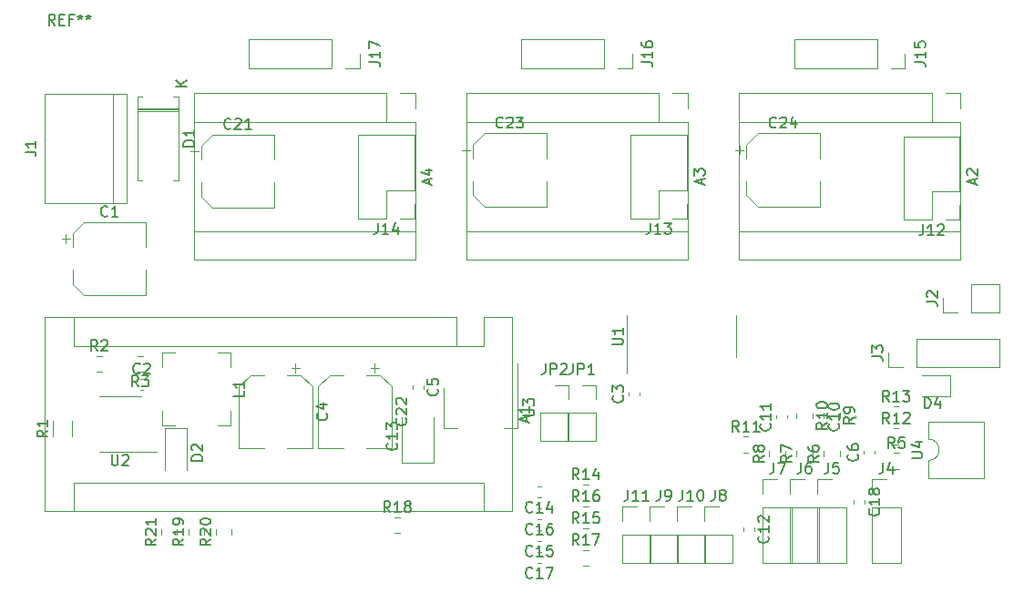
<source format=gbr>
%TF.GenerationSoftware,KiCad,Pcbnew,(6.0.0)*%
%TF.CreationDate,2022-01-02T13:01:26+02:00*%
%TF.ProjectId,shematic,7368656d-6174-4696-932e-6b696361645f,rev?*%
%TF.SameCoordinates,Original*%
%TF.FileFunction,Legend,Top*%
%TF.FilePolarity,Positive*%
%FSLAX46Y46*%
G04 Gerber Fmt 4.6, Leading zero omitted, Abs format (unit mm)*
G04 Created by KiCad (PCBNEW (6.0.0)) date 2022-01-02 13:01:26*
%MOMM*%
%LPD*%
G01*
G04 APERTURE LIST*
%ADD10C,0.150000*%
%ADD11C,0.120000*%
G04 APERTURE END LIST*
D10*
%TO.C,C3*%
X84144142Y-63539666D02*
X84191761Y-63587285D01*
X84239380Y-63730142D01*
X84239380Y-63825380D01*
X84191761Y-63968238D01*
X84096523Y-64063476D01*
X84001285Y-64111095D01*
X83810809Y-64158714D01*
X83667952Y-64158714D01*
X83477476Y-64111095D01*
X83382238Y-64063476D01*
X83287000Y-63968238D01*
X83239380Y-63825380D01*
X83239380Y-63730142D01*
X83287000Y-63587285D01*
X83334619Y-63539666D01*
X83239380Y-63206333D02*
X83239380Y-62587285D01*
X83620333Y-62920619D01*
X83620333Y-62777761D01*
X83667952Y-62682523D01*
X83715571Y-62634904D01*
X83810809Y-62587285D01*
X84048904Y-62587285D01*
X84144142Y-62634904D01*
X84191761Y-62682523D01*
X84239380Y-62777761D01*
X84239380Y-63063476D01*
X84191761Y-63158714D01*
X84144142Y-63206333D01*
%TO.C,A1*%
X75246666Y-65992285D02*
X75246666Y-65516095D01*
X75532380Y-66087523D02*
X74532380Y-65754190D01*
X75532380Y-65420857D01*
X75532380Y-64563714D02*
X75532380Y-65135142D01*
X75532380Y-64849428D02*
X74532380Y-64849428D01*
X74675238Y-64944666D01*
X74770476Y-65039904D01*
X74818095Y-65135142D01*
%TO.C,A2*%
X116879666Y-43894285D02*
X116879666Y-43418095D01*
X117165380Y-43989523D02*
X116165380Y-43656190D01*
X117165380Y-43322857D01*
X116260619Y-43037142D02*
X116213000Y-42989523D01*
X116165380Y-42894285D01*
X116165380Y-42656190D01*
X116213000Y-42560952D01*
X116260619Y-42513333D01*
X116355857Y-42465714D01*
X116451095Y-42465714D01*
X116593952Y-42513333D01*
X117165380Y-43084761D01*
X117165380Y-42465714D01*
%TO.C,A3*%
X91526666Y-43894285D02*
X91526666Y-43418095D01*
X91812380Y-43989523D02*
X90812380Y-43656190D01*
X91812380Y-43322857D01*
X90812380Y-43084761D02*
X90812380Y-42465714D01*
X91193333Y-42799047D01*
X91193333Y-42656190D01*
X91240952Y-42560952D01*
X91288571Y-42513333D01*
X91383809Y-42465714D01*
X91621904Y-42465714D01*
X91717142Y-42513333D01*
X91764761Y-42560952D01*
X91812380Y-42656190D01*
X91812380Y-42941904D01*
X91764761Y-43037142D01*
X91717142Y-43084761D01*
%TO.C,A4*%
X66206666Y-43894285D02*
X66206666Y-43418095D01*
X66492380Y-43989523D02*
X65492380Y-43656190D01*
X66492380Y-43322857D01*
X65825714Y-42560952D02*
X66492380Y-42560952D01*
X65444761Y-42799047D02*
X66159047Y-43037142D01*
X66159047Y-42418095D01*
%TO.C,C1*%
X36315333Y-46807142D02*
X36267714Y-46854761D01*
X36124857Y-46902380D01*
X36029619Y-46902380D01*
X35886761Y-46854761D01*
X35791523Y-46759523D01*
X35743904Y-46664285D01*
X35696285Y-46473809D01*
X35696285Y-46330952D01*
X35743904Y-46140476D01*
X35791523Y-46045238D01*
X35886761Y-45950000D01*
X36029619Y-45902380D01*
X36124857Y-45902380D01*
X36267714Y-45950000D01*
X36315333Y-45997619D01*
X37267714Y-46902380D02*
X36696285Y-46902380D01*
X36982000Y-46902380D02*
X36982000Y-45902380D01*
X36886761Y-46045238D01*
X36791523Y-46140476D01*
X36696285Y-46188095D01*
%TO.C,C2*%
X39330333Y-61411142D02*
X39282714Y-61458761D01*
X39139857Y-61506380D01*
X39044619Y-61506380D01*
X38901761Y-61458761D01*
X38806523Y-61363523D01*
X38758904Y-61268285D01*
X38711285Y-61077809D01*
X38711285Y-60934952D01*
X38758904Y-60744476D01*
X38806523Y-60649238D01*
X38901761Y-60554000D01*
X39044619Y-60506380D01*
X39139857Y-60506380D01*
X39282714Y-60554000D01*
X39330333Y-60601619D01*
X39711285Y-60601619D02*
X39758904Y-60554000D01*
X39854142Y-60506380D01*
X40092238Y-60506380D01*
X40187476Y-60554000D01*
X40235095Y-60601619D01*
X40282714Y-60696857D01*
X40282714Y-60792095D01*
X40235095Y-60934952D01*
X39663666Y-61506380D01*
X40282714Y-61506380D01*
%TO.C,C4*%
X56650142Y-65184666D02*
X56697761Y-65232285D01*
X56745380Y-65375142D01*
X56745380Y-65470380D01*
X56697761Y-65613238D01*
X56602523Y-65708476D01*
X56507285Y-65756095D01*
X56316809Y-65803714D01*
X56173952Y-65803714D01*
X55983476Y-65756095D01*
X55888238Y-65708476D01*
X55793000Y-65613238D01*
X55745380Y-65470380D01*
X55745380Y-65375142D01*
X55793000Y-65232285D01*
X55840619Y-65184666D01*
X56078714Y-64327523D02*
X56745380Y-64327523D01*
X55697761Y-64565619D02*
X56412047Y-64803714D01*
X56412047Y-64184666D01*
%TO.C,C5*%
X66938142Y-62904666D02*
X66985761Y-62952285D01*
X67033380Y-63095142D01*
X67033380Y-63190380D01*
X66985761Y-63333238D01*
X66890523Y-63428476D01*
X66795285Y-63476095D01*
X66604809Y-63523714D01*
X66461952Y-63523714D01*
X66271476Y-63476095D01*
X66176238Y-63428476D01*
X66081000Y-63333238D01*
X66033380Y-63190380D01*
X66033380Y-63095142D01*
X66081000Y-62952285D01*
X66128619Y-62904666D01*
X66033380Y-61999904D02*
X66033380Y-62476095D01*
X66509571Y-62523714D01*
X66461952Y-62476095D01*
X66414333Y-62380857D01*
X66414333Y-62142761D01*
X66461952Y-62047523D01*
X66509571Y-61999904D01*
X66604809Y-61952285D01*
X66842904Y-61952285D01*
X66938142Y-61999904D01*
X66985761Y-62047523D01*
X67033380Y-62142761D01*
X67033380Y-62380857D01*
X66985761Y-62476095D01*
X66938142Y-62523714D01*
%TO.C,C6*%
X105988142Y-68987666D02*
X106035761Y-69035285D01*
X106083380Y-69178142D01*
X106083380Y-69273380D01*
X106035761Y-69416238D01*
X105940523Y-69511476D01*
X105845285Y-69559095D01*
X105654809Y-69606714D01*
X105511952Y-69606714D01*
X105321476Y-69559095D01*
X105226238Y-69511476D01*
X105131000Y-69416238D01*
X105083380Y-69273380D01*
X105083380Y-69178142D01*
X105131000Y-69035285D01*
X105178619Y-68987666D01*
X105083380Y-68130523D02*
X105083380Y-68321000D01*
X105131000Y-68416238D01*
X105178619Y-68463857D01*
X105321476Y-68559095D01*
X105511952Y-68606714D01*
X105892904Y-68606714D01*
X105988142Y-68559095D01*
X106035761Y-68511476D01*
X106083380Y-68416238D01*
X106083380Y-68225761D01*
X106035761Y-68130523D01*
X105988142Y-68082904D01*
X105892904Y-68035285D01*
X105654809Y-68035285D01*
X105559571Y-68082904D01*
X105511952Y-68130523D01*
X105464333Y-68225761D01*
X105464333Y-68416238D01*
X105511952Y-68511476D01*
X105559571Y-68559095D01*
X105654809Y-68606714D01*
%TO.C,C10*%
X104210142Y-66161857D02*
X104257761Y-66209476D01*
X104305380Y-66352333D01*
X104305380Y-66447571D01*
X104257761Y-66590428D01*
X104162523Y-66685666D01*
X104067285Y-66733285D01*
X103876809Y-66780904D01*
X103733952Y-66780904D01*
X103543476Y-66733285D01*
X103448238Y-66685666D01*
X103353000Y-66590428D01*
X103305380Y-66447571D01*
X103305380Y-66352333D01*
X103353000Y-66209476D01*
X103400619Y-66161857D01*
X104305380Y-65209476D02*
X104305380Y-65780904D01*
X104305380Y-65495190D02*
X103305380Y-65495190D01*
X103448238Y-65590428D01*
X103543476Y-65685666D01*
X103591095Y-65780904D01*
X103305380Y-64590428D02*
X103305380Y-64495190D01*
X103353000Y-64399952D01*
X103400619Y-64352333D01*
X103495857Y-64304714D01*
X103686333Y-64257095D01*
X103924428Y-64257095D01*
X104114904Y-64304714D01*
X104210142Y-64352333D01*
X104257761Y-64399952D01*
X104305380Y-64495190D01*
X104305380Y-64590428D01*
X104257761Y-64685666D01*
X104210142Y-64733285D01*
X104114904Y-64780904D01*
X103924428Y-64828523D01*
X103686333Y-64828523D01*
X103495857Y-64780904D01*
X103400619Y-64733285D01*
X103353000Y-64685666D01*
X103305380Y-64590428D01*
%TO.C,C11*%
X97860142Y-66161857D02*
X97907761Y-66209476D01*
X97955380Y-66352333D01*
X97955380Y-66447571D01*
X97907761Y-66590428D01*
X97812523Y-66685666D01*
X97717285Y-66733285D01*
X97526809Y-66780904D01*
X97383952Y-66780904D01*
X97193476Y-66733285D01*
X97098238Y-66685666D01*
X97003000Y-66590428D01*
X96955380Y-66447571D01*
X96955380Y-66352333D01*
X97003000Y-66209476D01*
X97050619Y-66161857D01*
X97955380Y-65209476D02*
X97955380Y-65780904D01*
X97955380Y-65495190D02*
X96955380Y-65495190D01*
X97098238Y-65590428D01*
X97193476Y-65685666D01*
X97241095Y-65780904D01*
X97955380Y-64257095D02*
X97955380Y-64828523D01*
X97955380Y-64542809D02*
X96955380Y-64542809D01*
X97098238Y-64638047D01*
X97193476Y-64733285D01*
X97241095Y-64828523D01*
%TO.C,C12*%
X97672142Y-76601857D02*
X97719761Y-76649476D01*
X97767380Y-76792333D01*
X97767380Y-76887571D01*
X97719761Y-77030428D01*
X97624523Y-77125666D01*
X97529285Y-77173285D01*
X97338809Y-77220904D01*
X97195952Y-77220904D01*
X97005476Y-77173285D01*
X96910238Y-77125666D01*
X96815000Y-77030428D01*
X96767380Y-76887571D01*
X96767380Y-76792333D01*
X96815000Y-76649476D01*
X96862619Y-76601857D01*
X97767380Y-75649476D02*
X97767380Y-76220904D01*
X97767380Y-75935190D02*
X96767380Y-75935190D01*
X96910238Y-76030428D01*
X97005476Y-76125666D01*
X97053095Y-76220904D01*
X96862619Y-75268523D02*
X96815000Y-75220904D01*
X96767380Y-75125666D01*
X96767380Y-74887571D01*
X96815000Y-74792333D01*
X96862619Y-74744714D01*
X96957857Y-74697095D01*
X97053095Y-74697095D01*
X97195952Y-74744714D01*
X97767380Y-75316142D01*
X97767380Y-74697095D01*
%TO.C,C13*%
X63158142Y-67966357D02*
X63205761Y-68013976D01*
X63253380Y-68156833D01*
X63253380Y-68252071D01*
X63205761Y-68394928D01*
X63110523Y-68490166D01*
X63015285Y-68537785D01*
X62824809Y-68585404D01*
X62681952Y-68585404D01*
X62491476Y-68537785D01*
X62396238Y-68490166D01*
X62301000Y-68394928D01*
X62253380Y-68252071D01*
X62253380Y-68156833D01*
X62301000Y-68013976D01*
X62348619Y-67966357D01*
X63253380Y-67013976D02*
X63253380Y-67585404D01*
X63253380Y-67299690D02*
X62253380Y-67299690D01*
X62396238Y-67394928D01*
X62491476Y-67490166D01*
X62539095Y-67585404D01*
X62253380Y-66680642D02*
X62253380Y-66061595D01*
X62634333Y-66394928D01*
X62634333Y-66252071D01*
X62681952Y-66156833D01*
X62729571Y-66109214D01*
X62824809Y-66061595D01*
X63062904Y-66061595D01*
X63158142Y-66109214D01*
X63205761Y-66156833D01*
X63253380Y-66252071D01*
X63253380Y-66537785D01*
X63205761Y-66633023D01*
X63158142Y-66680642D01*
%TO.C,C14*%
X75798142Y-74304142D02*
X75750523Y-74351761D01*
X75607666Y-74399380D01*
X75512428Y-74399380D01*
X75369571Y-74351761D01*
X75274333Y-74256523D01*
X75226714Y-74161285D01*
X75179095Y-73970809D01*
X75179095Y-73827952D01*
X75226714Y-73637476D01*
X75274333Y-73542238D01*
X75369571Y-73447000D01*
X75512428Y-73399380D01*
X75607666Y-73399380D01*
X75750523Y-73447000D01*
X75798142Y-73494619D01*
X76750523Y-74399380D02*
X76179095Y-74399380D01*
X76464809Y-74399380D02*
X76464809Y-73399380D01*
X76369571Y-73542238D01*
X76274333Y-73637476D01*
X76179095Y-73685095D01*
X77607666Y-73732714D02*
X77607666Y-74399380D01*
X77369571Y-73351761D02*
X77131476Y-74066047D01*
X77750523Y-74066047D01*
%TO.C,C15*%
X75798142Y-78368142D02*
X75750523Y-78415761D01*
X75607666Y-78463380D01*
X75512428Y-78463380D01*
X75369571Y-78415761D01*
X75274333Y-78320523D01*
X75226714Y-78225285D01*
X75179095Y-78034809D01*
X75179095Y-77891952D01*
X75226714Y-77701476D01*
X75274333Y-77606238D01*
X75369571Y-77511000D01*
X75512428Y-77463380D01*
X75607666Y-77463380D01*
X75750523Y-77511000D01*
X75798142Y-77558619D01*
X76750523Y-78463380D02*
X76179095Y-78463380D01*
X76464809Y-78463380D02*
X76464809Y-77463380D01*
X76369571Y-77606238D01*
X76274333Y-77701476D01*
X76179095Y-77749095D01*
X77655285Y-77463380D02*
X77179095Y-77463380D01*
X77131476Y-77939571D01*
X77179095Y-77891952D01*
X77274333Y-77844333D01*
X77512428Y-77844333D01*
X77607666Y-77891952D01*
X77655285Y-77939571D01*
X77702904Y-78034809D01*
X77702904Y-78272904D01*
X77655285Y-78368142D01*
X77607666Y-78415761D01*
X77512428Y-78463380D01*
X77274333Y-78463380D01*
X77179095Y-78415761D01*
X77131476Y-78368142D01*
%TO.C,C16*%
X75798142Y-76336142D02*
X75750523Y-76383761D01*
X75607666Y-76431380D01*
X75512428Y-76431380D01*
X75369571Y-76383761D01*
X75274333Y-76288523D01*
X75226714Y-76193285D01*
X75179095Y-76002809D01*
X75179095Y-75859952D01*
X75226714Y-75669476D01*
X75274333Y-75574238D01*
X75369571Y-75479000D01*
X75512428Y-75431380D01*
X75607666Y-75431380D01*
X75750523Y-75479000D01*
X75798142Y-75526619D01*
X76750523Y-76431380D02*
X76179095Y-76431380D01*
X76464809Y-76431380D02*
X76464809Y-75431380D01*
X76369571Y-75574238D01*
X76274333Y-75669476D01*
X76179095Y-75717095D01*
X77607666Y-75431380D02*
X77417190Y-75431380D01*
X77321952Y-75479000D01*
X77274333Y-75526619D01*
X77179095Y-75669476D01*
X77131476Y-75859952D01*
X77131476Y-76240904D01*
X77179095Y-76336142D01*
X77226714Y-76383761D01*
X77321952Y-76431380D01*
X77512428Y-76431380D01*
X77607666Y-76383761D01*
X77655285Y-76336142D01*
X77702904Y-76240904D01*
X77702904Y-76002809D01*
X77655285Y-75907571D01*
X77607666Y-75859952D01*
X77512428Y-75812333D01*
X77321952Y-75812333D01*
X77226714Y-75859952D01*
X77179095Y-75907571D01*
X77131476Y-76002809D01*
%TO.C,C17*%
X75798142Y-80400142D02*
X75750523Y-80447761D01*
X75607666Y-80495380D01*
X75512428Y-80495380D01*
X75369571Y-80447761D01*
X75274333Y-80352523D01*
X75226714Y-80257285D01*
X75179095Y-80066809D01*
X75179095Y-79923952D01*
X75226714Y-79733476D01*
X75274333Y-79638238D01*
X75369571Y-79543000D01*
X75512428Y-79495380D01*
X75607666Y-79495380D01*
X75750523Y-79543000D01*
X75798142Y-79590619D01*
X76750523Y-80495380D02*
X76179095Y-80495380D01*
X76464809Y-80495380D02*
X76464809Y-79495380D01*
X76369571Y-79638238D01*
X76274333Y-79733476D01*
X76179095Y-79781095D01*
X77083857Y-79495380D02*
X77750523Y-79495380D01*
X77321952Y-80495380D01*
%TO.C,C18*%
X107959142Y-74048857D02*
X108006761Y-74096476D01*
X108054380Y-74239333D01*
X108054380Y-74334571D01*
X108006761Y-74477428D01*
X107911523Y-74572666D01*
X107816285Y-74620285D01*
X107625809Y-74667904D01*
X107482952Y-74667904D01*
X107292476Y-74620285D01*
X107197238Y-74572666D01*
X107102000Y-74477428D01*
X107054380Y-74334571D01*
X107054380Y-74239333D01*
X107102000Y-74096476D01*
X107149619Y-74048857D01*
X108054380Y-73096476D02*
X108054380Y-73667904D01*
X108054380Y-73382190D02*
X107054380Y-73382190D01*
X107197238Y-73477428D01*
X107292476Y-73572666D01*
X107340095Y-73667904D01*
X107482952Y-72525047D02*
X107435333Y-72620285D01*
X107387714Y-72667904D01*
X107292476Y-72715523D01*
X107244857Y-72715523D01*
X107149619Y-72667904D01*
X107102000Y-72620285D01*
X107054380Y-72525047D01*
X107054380Y-72334571D01*
X107102000Y-72239333D01*
X107149619Y-72191714D01*
X107244857Y-72144095D01*
X107292476Y-72144095D01*
X107387714Y-72191714D01*
X107435333Y-72239333D01*
X107482952Y-72334571D01*
X107482952Y-72525047D01*
X107530571Y-72620285D01*
X107578190Y-72667904D01*
X107673428Y-72715523D01*
X107863904Y-72715523D01*
X107959142Y-72667904D01*
X108006761Y-72620285D01*
X108054380Y-72525047D01*
X108054380Y-72334571D01*
X108006761Y-72239333D01*
X107959142Y-72191714D01*
X107863904Y-72144095D01*
X107673428Y-72144095D01*
X107578190Y-72191714D01*
X107530571Y-72239333D01*
X107482952Y-72334571D01*
%TO.C,D1*%
X44372380Y-40362095D02*
X43372380Y-40362095D01*
X43372380Y-40124000D01*
X43420000Y-39981142D01*
X43515238Y-39885904D01*
X43610476Y-39838285D01*
X43800952Y-39790666D01*
X43943809Y-39790666D01*
X44134285Y-39838285D01*
X44229523Y-39885904D01*
X44324761Y-39981142D01*
X44372380Y-40124000D01*
X44372380Y-40362095D01*
X44372380Y-38838285D02*
X44372380Y-39409714D01*
X44372380Y-39124000D02*
X43372380Y-39124000D01*
X43515238Y-39219238D01*
X43610476Y-39314476D01*
X43658095Y-39409714D01*
X43652380Y-34805904D02*
X42652380Y-34805904D01*
X43652380Y-34234476D02*
X43080952Y-34663047D01*
X42652380Y-34234476D02*
X43223809Y-34805904D01*
%TO.C,D2*%
X45124380Y-69571095D02*
X44124380Y-69571095D01*
X44124380Y-69333000D01*
X44172000Y-69190142D01*
X44267238Y-69094904D01*
X44362476Y-69047285D01*
X44552952Y-68999666D01*
X44695809Y-68999666D01*
X44886285Y-69047285D01*
X44981523Y-69094904D01*
X45076761Y-69190142D01*
X45124380Y-69333000D01*
X45124380Y-69571095D01*
X44219619Y-68618714D02*
X44172000Y-68571095D01*
X44124380Y-68475857D01*
X44124380Y-68237761D01*
X44172000Y-68142523D01*
X44219619Y-68094904D01*
X44314857Y-68047285D01*
X44410095Y-68047285D01*
X44552952Y-68094904D01*
X45124380Y-68666333D01*
X45124380Y-68047285D01*
%TO.C,D4*%
X112243404Y-64713380D02*
X112243404Y-63713380D01*
X112481500Y-63713380D01*
X112624357Y-63761000D01*
X112719595Y-63856238D01*
X112767214Y-63951476D01*
X112814833Y-64141952D01*
X112814833Y-64284809D01*
X112767214Y-64475285D01*
X112719595Y-64570523D01*
X112624357Y-64665761D01*
X112481500Y-64713380D01*
X112243404Y-64713380D01*
X113671976Y-64046714D02*
X113671976Y-64713380D01*
X113433880Y-63665761D02*
X113195785Y-64380047D01*
X113814833Y-64380047D01*
%TO.C,J1*%
X28662380Y-40873333D02*
X29376666Y-40873333D01*
X29519523Y-40920952D01*
X29614761Y-41016190D01*
X29662380Y-41159047D01*
X29662380Y-41254285D01*
X29662380Y-39873333D02*
X29662380Y-40444761D01*
X29662380Y-40159047D02*
X28662380Y-40159047D01*
X28805238Y-40254285D01*
X28900476Y-40349523D01*
X28948095Y-40444761D01*
%TO.C,J2*%
X112438380Y-54816333D02*
X113152666Y-54816333D01*
X113295523Y-54863952D01*
X113390761Y-54959190D01*
X113438380Y-55102047D01*
X113438380Y-55197285D01*
X112533619Y-54387761D02*
X112486000Y-54340142D01*
X112438380Y-54244904D01*
X112438380Y-54006809D01*
X112486000Y-53911571D01*
X112533619Y-53863952D01*
X112628857Y-53816333D01*
X112724095Y-53816333D01*
X112866952Y-53863952D01*
X113438380Y-54435380D01*
X113438380Y-53816333D01*
%TO.C,J3*%
X107358380Y-59896333D02*
X108072666Y-59896333D01*
X108215523Y-59943952D01*
X108310761Y-60039190D01*
X108358380Y-60182047D01*
X108358380Y-60277285D01*
X107358380Y-59515380D02*
X107358380Y-58896333D01*
X107739333Y-59229666D01*
X107739333Y-59086809D01*
X107786952Y-58991571D01*
X107834571Y-58943952D01*
X107929809Y-58896333D01*
X108167904Y-58896333D01*
X108263142Y-58943952D01*
X108310761Y-58991571D01*
X108358380Y-59086809D01*
X108358380Y-59372523D01*
X108310761Y-59467761D01*
X108263142Y-59515380D01*
%TO.C,J4*%
X108378666Y-69766380D02*
X108378666Y-70480666D01*
X108331047Y-70623523D01*
X108235809Y-70718761D01*
X108092952Y-70766380D01*
X107997714Y-70766380D01*
X109283428Y-70099714D02*
X109283428Y-70766380D01*
X109045333Y-69718761D02*
X108807238Y-70433047D01*
X109426285Y-70433047D01*
%TO.C,J5*%
X103298666Y-69766380D02*
X103298666Y-70480666D01*
X103251047Y-70623523D01*
X103155809Y-70718761D01*
X103012952Y-70766380D01*
X102917714Y-70766380D01*
X104251047Y-69766380D02*
X103774857Y-69766380D01*
X103727238Y-70242571D01*
X103774857Y-70194952D01*
X103870095Y-70147333D01*
X104108190Y-70147333D01*
X104203428Y-70194952D01*
X104251047Y-70242571D01*
X104298666Y-70337809D01*
X104298666Y-70575904D01*
X104251047Y-70671142D01*
X104203428Y-70718761D01*
X104108190Y-70766380D01*
X103870095Y-70766380D01*
X103774857Y-70718761D01*
X103727238Y-70671142D01*
%TO.C,J6*%
X100758666Y-69766380D02*
X100758666Y-70480666D01*
X100711047Y-70623523D01*
X100615809Y-70718761D01*
X100472952Y-70766380D01*
X100377714Y-70766380D01*
X101663428Y-69766380D02*
X101472952Y-69766380D01*
X101377714Y-69814000D01*
X101330095Y-69861619D01*
X101234857Y-70004476D01*
X101187238Y-70194952D01*
X101187238Y-70575904D01*
X101234857Y-70671142D01*
X101282476Y-70718761D01*
X101377714Y-70766380D01*
X101568190Y-70766380D01*
X101663428Y-70718761D01*
X101711047Y-70671142D01*
X101758666Y-70575904D01*
X101758666Y-70337809D01*
X101711047Y-70242571D01*
X101663428Y-70194952D01*
X101568190Y-70147333D01*
X101377714Y-70147333D01*
X101282476Y-70194952D01*
X101234857Y-70242571D01*
X101187238Y-70337809D01*
%TO.C,J7*%
X98218666Y-69781380D02*
X98218666Y-70495666D01*
X98171047Y-70638523D01*
X98075809Y-70733761D01*
X97932952Y-70781380D01*
X97837714Y-70781380D01*
X98599619Y-69781380D02*
X99266285Y-69781380D01*
X98837714Y-70781380D01*
%TO.C,J8*%
X92757666Y-72306380D02*
X92757666Y-73020666D01*
X92710047Y-73163523D01*
X92614809Y-73258761D01*
X92471952Y-73306380D01*
X92376714Y-73306380D01*
X93376714Y-72734952D02*
X93281476Y-72687333D01*
X93233857Y-72639714D01*
X93186238Y-72544476D01*
X93186238Y-72496857D01*
X93233857Y-72401619D01*
X93281476Y-72354000D01*
X93376714Y-72306380D01*
X93567190Y-72306380D01*
X93662428Y-72354000D01*
X93710047Y-72401619D01*
X93757666Y-72496857D01*
X93757666Y-72544476D01*
X93710047Y-72639714D01*
X93662428Y-72687333D01*
X93567190Y-72734952D01*
X93376714Y-72734952D01*
X93281476Y-72782571D01*
X93233857Y-72830190D01*
X93186238Y-72925428D01*
X93186238Y-73115904D01*
X93233857Y-73211142D01*
X93281476Y-73258761D01*
X93376714Y-73306380D01*
X93567190Y-73306380D01*
X93662428Y-73258761D01*
X93710047Y-73211142D01*
X93757666Y-73115904D01*
X93757666Y-72925428D01*
X93710047Y-72830190D01*
X93662428Y-72782571D01*
X93567190Y-72734952D01*
%TO.C,J9*%
X87677666Y-72306380D02*
X87677666Y-73020666D01*
X87630047Y-73163523D01*
X87534809Y-73258761D01*
X87391952Y-73306380D01*
X87296714Y-73306380D01*
X88201476Y-73306380D02*
X88391952Y-73306380D01*
X88487190Y-73258761D01*
X88534809Y-73211142D01*
X88630047Y-73068285D01*
X88677666Y-72877809D01*
X88677666Y-72496857D01*
X88630047Y-72401619D01*
X88582428Y-72354000D01*
X88487190Y-72306380D01*
X88296714Y-72306380D01*
X88201476Y-72354000D01*
X88153857Y-72401619D01*
X88106238Y-72496857D01*
X88106238Y-72734952D01*
X88153857Y-72830190D01*
X88201476Y-72877809D01*
X88296714Y-72925428D01*
X88487190Y-72925428D01*
X88582428Y-72877809D01*
X88630047Y-72830190D01*
X88677666Y-72734952D01*
%TO.C,J10*%
X89741476Y-72306380D02*
X89741476Y-73020666D01*
X89693857Y-73163523D01*
X89598619Y-73258761D01*
X89455761Y-73306380D01*
X89360523Y-73306380D01*
X90741476Y-73306380D02*
X90170047Y-73306380D01*
X90455761Y-73306380D02*
X90455761Y-72306380D01*
X90360523Y-72449238D01*
X90265285Y-72544476D01*
X90170047Y-72592095D01*
X91360523Y-72306380D02*
X91455761Y-72306380D01*
X91551000Y-72354000D01*
X91598619Y-72401619D01*
X91646238Y-72496857D01*
X91693857Y-72687333D01*
X91693857Y-72925428D01*
X91646238Y-73115904D01*
X91598619Y-73211142D01*
X91551000Y-73258761D01*
X91455761Y-73306380D01*
X91360523Y-73306380D01*
X91265285Y-73258761D01*
X91217666Y-73211142D01*
X91170047Y-73115904D01*
X91122428Y-72925428D01*
X91122428Y-72687333D01*
X91170047Y-72496857D01*
X91217666Y-72401619D01*
X91265285Y-72354000D01*
X91360523Y-72306380D01*
%TO.C,J11*%
X84661476Y-72316380D02*
X84661476Y-73030666D01*
X84613857Y-73173523D01*
X84518619Y-73268761D01*
X84375761Y-73316380D01*
X84280523Y-73316380D01*
X85661476Y-73316380D02*
X85090047Y-73316380D01*
X85375761Y-73316380D02*
X85375761Y-72316380D01*
X85280523Y-72459238D01*
X85185285Y-72554476D01*
X85090047Y-72602095D01*
X86613857Y-73316380D02*
X86042428Y-73316380D01*
X86328142Y-73316380D02*
X86328142Y-72316380D01*
X86232904Y-72459238D01*
X86137666Y-72554476D01*
X86042428Y-72602095D01*
%TO.C,J12*%
X112093476Y-47629380D02*
X112093476Y-48343666D01*
X112045857Y-48486523D01*
X111950619Y-48581761D01*
X111807761Y-48629380D01*
X111712523Y-48629380D01*
X113093476Y-48629380D02*
X112522047Y-48629380D01*
X112807761Y-48629380D02*
X112807761Y-47629380D01*
X112712523Y-47772238D01*
X112617285Y-47867476D01*
X112522047Y-47915095D01*
X113474428Y-47724619D02*
X113522047Y-47677000D01*
X113617285Y-47629380D01*
X113855380Y-47629380D01*
X113950619Y-47677000D01*
X113998238Y-47724619D01*
X114045857Y-47819857D01*
X114045857Y-47915095D01*
X113998238Y-48057952D01*
X113426809Y-48629380D01*
X114045857Y-48629380D01*
%TO.C,J13*%
X86740476Y-47502380D02*
X86740476Y-48216666D01*
X86692857Y-48359523D01*
X86597619Y-48454761D01*
X86454761Y-48502380D01*
X86359523Y-48502380D01*
X87740476Y-48502380D02*
X87169047Y-48502380D01*
X87454761Y-48502380D02*
X87454761Y-47502380D01*
X87359523Y-47645238D01*
X87264285Y-47740476D01*
X87169047Y-47788095D01*
X88073809Y-47502380D02*
X88692857Y-47502380D01*
X88359523Y-47883333D01*
X88502380Y-47883333D01*
X88597619Y-47930952D01*
X88645238Y-47978571D01*
X88692857Y-48073809D01*
X88692857Y-48311904D01*
X88645238Y-48407142D01*
X88597619Y-48454761D01*
X88502380Y-48502380D01*
X88216666Y-48502380D01*
X88121428Y-48454761D01*
X88073809Y-48407142D01*
%TO.C,J14*%
X61420476Y-47502380D02*
X61420476Y-48216666D01*
X61372857Y-48359523D01*
X61277619Y-48454761D01*
X61134761Y-48502380D01*
X61039523Y-48502380D01*
X62420476Y-48502380D02*
X61849047Y-48502380D01*
X62134761Y-48502380D02*
X62134761Y-47502380D01*
X62039523Y-47645238D01*
X61944285Y-47740476D01*
X61849047Y-47788095D01*
X63277619Y-47835714D02*
X63277619Y-48502380D01*
X63039523Y-47454761D02*
X62801428Y-48169047D01*
X63420476Y-48169047D01*
%TO.C,J15*%
X111315380Y-32559523D02*
X112029666Y-32559523D01*
X112172523Y-32607142D01*
X112267761Y-32702380D01*
X112315380Y-32845238D01*
X112315380Y-32940476D01*
X112315380Y-31559523D02*
X112315380Y-32130952D01*
X112315380Y-31845238D02*
X111315380Y-31845238D01*
X111458238Y-31940476D01*
X111553476Y-32035714D01*
X111601095Y-32130952D01*
X111315380Y-30654761D02*
X111315380Y-31130952D01*
X111791571Y-31178571D01*
X111743952Y-31130952D01*
X111696333Y-31035714D01*
X111696333Y-30797619D01*
X111743952Y-30702380D01*
X111791571Y-30654761D01*
X111886809Y-30607142D01*
X112124904Y-30607142D01*
X112220142Y-30654761D01*
X112267761Y-30702380D01*
X112315380Y-30797619D01*
X112315380Y-31035714D01*
X112267761Y-31130952D01*
X112220142Y-31178571D01*
%TO.C,J16*%
X85962380Y-32559523D02*
X86676666Y-32559523D01*
X86819523Y-32607142D01*
X86914761Y-32702380D01*
X86962380Y-32845238D01*
X86962380Y-32940476D01*
X86962380Y-31559523D02*
X86962380Y-32130952D01*
X86962380Y-31845238D02*
X85962380Y-31845238D01*
X86105238Y-31940476D01*
X86200476Y-32035714D01*
X86248095Y-32130952D01*
X85962380Y-30702380D02*
X85962380Y-30892857D01*
X86010000Y-30988095D01*
X86057619Y-31035714D01*
X86200476Y-31130952D01*
X86390952Y-31178571D01*
X86771904Y-31178571D01*
X86867142Y-31130952D01*
X86914761Y-31083333D01*
X86962380Y-30988095D01*
X86962380Y-30797619D01*
X86914761Y-30702380D01*
X86867142Y-30654761D01*
X86771904Y-30607142D01*
X86533809Y-30607142D01*
X86438571Y-30654761D01*
X86390952Y-30702380D01*
X86343333Y-30797619D01*
X86343333Y-30988095D01*
X86390952Y-31083333D01*
X86438571Y-31130952D01*
X86533809Y-31178571D01*
%TO.C,J17*%
X60642380Y-32559523D02*
X61356666Y-32559523D01*
X61499523Y-32607142D01*
X61594761Y-32702380D01*
X61642380Y-32845238D01*
X61642380Y-32940476D01*
X61642380Y-31559523D02*
X61642380Y-32130952D01*
X61642380Y-31845238D02*
X60642380Y-31845238D01*
X60785238Y-31940476D01*
X60880476Y-32035714D01*
X60928095Y-32130952D01*
X60642380Y-31226190D02*
X60642380Y-30559523D01*
X61642380Y-30988095D01*
%TO.C,JP1*%
X79557666Y-60563380D02*
X79557666Y-61277666D01*
X79510047Y-61420523D01*
X79414809Y-61515761D01*
X79271952Y-61563380D01*
X79176714Y-61563380D01*
X80033857Y-61563380D02*
X80033857Y-60563380D01*
X80414809Y-60563380D01*
X80510047Y-60611000D01*
X80557666Y-60658619D01*
X80605285Y-60753857D01*
X80605285Y-60896714D01*
X80557666Y-60991952D01*
X80510047Y-61039571D01*
X80414809Y-61087190D01*
X80033857Y-61087190D01*
X81557666Y-61563380D02*
X80986238Y-61563380D01*
X81271952Y-61563380D02*
X81271952Y-60563380D01*
X81176714Y-60706238D01*
X81081476Y-60801476D01*
X80986238Y-60849095D01*
%TO.C,JP2*%
X77017666Y-60563380D02*
X77017666Y-61277666D01*
X76970047Y-61420523D01*
X76874809Y-61515761D01*
X76731952Y-61563380D01*
X76636714Y-61563380D01*
X77493857Y-61563380D02*
X77493857Y-60563380D01*
X77874809Y-60563380D01*
X77970047Y-60611000D01*
X78017666Y-60658619D01*
X78065285Y-60753857D01*
X78065285Y-60896714D01*
X78017666Y-60991952D01*
X77970047Y-61039571D01*
X77874809Y-61087190D01*
X77493857Y-61087190D01*
X78446238Y-60658619D02*
X78493857Y-60611000D01*
X78589095Y-60563380D01*
X78827190Y-60563380D01*
X78922428Y-60611000D01*
X78970047Y-60658619D01*
X79017666Y-60753857D01*
X79017666Y-60849095D01*
X78970047Y-60991952D01*
X78398619Y-61563380D01*
X79017666Y-61563380D01*
%TO.C,L1*%
X49029380Y-63095666D02*
X49029380Y-63571857D01*
X48029380Y-63571857D01*
X49029380Y-62238523D02*
X49029380Y-62809952D01*
X49029380Y-62524238D02*
X48029380Y-62524238D01*
X48172238Y-62619476D01*
X48267476Y-62714714D01*
X48315095Y-62809952D01*
%TO.C,R1*%
X30763380Y-66780166D02*
X30287190Y-67113500D01*
X30763380Y-67351595D02*
X29763380Y-67351595D01*
X29763380Y-66970642D01*
X29811000Y-66875404D01*
X29858619Y-66827785D01*
X29953857Y-66780166D01*
X30096714Y-66780166D01*
X30191952Y-66827785D01*
X30239571Y-66875404D01*
X30287190Y-66970642D01*
X30287190Y-67351595D01*
X30763380Y-65827785D02*
X30763380Y-66399214D01*
X30763380Y-66113500D02*
X29763380Y-66113500D01*
X29906238Y-66208738D01*
X30001476Y-66303976D01*
X30049095Y-66399214D01*
%TO.C,R2*%
X35369833Y-59381380D02*
X35036500Y-58905190D01*
X34798404Y-59381380D02*
X34798404Y-58381380D01*
X35179357Y-58381380D01*
X35274595Y-58429000D01*
X35322214Y-58476619D01*
X35369833Y-58571857D01*
X35369833Y-58714714D01*
X35322214Y-58809952D01*
X35274595Y-58857571D01*
X35179357Y-58905190D01*
X34798404Y-58905190D01*
X35750785Y-58476619D02*
X35798404Y-58429000D01*
X35893642Y-58381380D01*
X36131738Y-58381380D01*
X36226976Y-58429000D01*
X36274595Y-58476619D01*
X36322214Y-58571857D01*
X36322214Y-58667095D01*
X36274595Y-58809952D01*
X35703166Y-59381380D01*
X36322214Y-59381380D01*
%TO.C,R3*%
X39179833Y-62681380D02*
X38846500Y-62205190D01*
X38608404Y-62681380D02*
X38608404Y-61681380D01*
X38989357Y-61681380D01*
X39084595Y-61729000D01*
X39132214Y-61776619D01*
X39179833Y-61871857D01*
X39179833Y-62014714D01*
X39132214Y-62109952D01*
X39084595Y-62157571D01*
X38989357Y-62205190D01*
X38608404Y-62205190D01*
X39513166Y-61681380D02*
X40132214Y-61681380D01*
X39798880Y-62062333D01*
X39941738Y-62062333D01*
X40036976Y-62109952D01*
X40084595Y-62157571D01*
X40132214Y-62252809D01*
X40132214Y-62490904D01*
X40084595Y-62586142D01*
X40036976Y-62633761D01*
X39941738Y-62681380D01*
X39656023Y-62681380D01*
X39560785Y-62633761D01*
X39513166Y-62586142D01*
%TO.C,R5*%
X109457833Y-68398380D02*
X109124500Y-67922190D01*
X108886404Y-68398380D02*
X108886404Y-67398380D01*
X109267357Y-67398380D01*
X109362595Y-67446000D01*
X109410214Y-67493619D01*
X109457833Y-67588857D01*
X109457833Y-67731714D01*
X109410214Y-67826952D01*
X109362595Y-67874571D01*
X109267357Y-67922190D01*
X108886404Y-67922190D01*
X110362595Y-67398380D02*
X109886404Y-67398380D01*
X109838785Y-67874571D01*
X109886404Y-67826952D01*
X109981642Y-67779333D01*
X110219738Y-67779333D01*
X110314976Y-67826952D01*
X110362595Y-67874571D01*
X110410214Y-67969809D01*
X110410214Y-68207904D01*
X110362595Y-68303142D01*
X110314976Y-68350761D01*
X110219738Y-68398380D01*
X109981642Y-68398380D01*
X109886404Y-68350761D01*
X109838785Y-68303142D01*
%TO.C,R6*%
X102434380Y-69104166D02*
X101958190Y-69437500D01*
X102434380Y-69675595D02*
X101434380Y-69675595D01*
X101434380Y-69294642D01*
X101482000Y-69199404D01*
X101529619Y-69151785D01*
X101624857Y-69104166D01*
X101767714Y-69104166D01*
X101862952Y-69151785D01*
X101910571Y-69199404D01*
X101958190Y-69294642D01*
X101958190Y-69675595D01*
X101434380Y-68247023D02*
X101434380Y-68437500D01*
X101482000Y-68532738D01*
X101529619Y-68580357D01*
X101672476Y-68675595D01*
X101862952Y-68723214D01*
X102243904Y-68723214D01*
X102339142Y-68675595D01*
X102386761Y-68627976D01*
X102434380Y-68532738D01*
X102434380Y-68342261D01*
X102386761Y-68247023D01*
X102339142Y-68199404D01*
X102243904Y-68151785D01*
X102005809Y-68151785D01*
X101910571Y-68199404D01*
X101862952Y-68247023D01*
X101815333Y-68342261D01*
X101815333Y-68532738D01*
X101862952Y-68627976D01*
X101910571Y-68675595D01*
X102005809Y-68723214D01*
%TO.C,R7*%
X99894380Y-69104166D02*
X99418190Y-69437500D01*
X99894380Y-69675595D02*
X98894380Y-69675595D01*
X98894380Y-69294642D01*
X98942000Y-69199404D01*
X98989619Y-69151785D01*
X99084857Y-69104166D01*
X99227714Y-69104166D01*
X99322952Y-69151785D01*
X99370571Y-69199404D01*
X99418190Y-69294642D01*
X99418190Y-69675595D01*
X98894380Y-68770833D02*
X98894380Y-68104166D01*
X99894380Y-68532738D01*
%TO.C,R8*%
X97354380Y-69104166D02*
X96878190Y-69437500D01*
X97354380Y-69675595D02*
X96354380Y-69675595D01*
X96354380Y-69294642D01*
X96402000Y-69199404D01*
X96449619Y-69151785D01*
X96544857Y-69104166D01*
X96687714Y-69104166D01*
X96782952Y-69151785D01*
X96830571Y-69199404D01*
X96878190Y-69294642D01*
X96878190Y-69675595D01*
X96782952Y-68532738D02*
X96735333Y-68627976D01*
X96687714Y-68675595D01*
X96592476Y-68723214D01*
X96544857Y-68723214D01*
X96449619Y-68675595D01*
X96402000Y-68627976D01*
X96354380Y-68532738D01*
X96354380Y-68342261D01*
X96402000Y-68247023D01*
X96449619Y-68199404D01*
X96544857Y-68151785D01*
X96592476Y-68151785D01*
X96687714Y-68199404D01*
X96735333Y-68247023D01*
X96782952Y-68342261D01*
X96782952Y-68532738D01*
X96830571Y-68627976D01*
X96878190Y-68675595D01*
X96973428Y-68723214D01*
X97163904Y-68723214D01*
X97259142Y-68675595D01*
X97306761Y-68627976D01*
X97354380Y-68532738D01*
X97354380Y-68342261D01*
X97306761Y-68247023D01*
X97259142Y-68199404D01*
X97163904Y-68151785D01*
X96973428Y-68151785D01*
X96878190Y-68199404D01*
X96830571Y-68247023D01*
X96782952Y-68342261D01*
%TO.C,R9*%
X105734380Y-65548166D02*
X105258190Y-65881500D01*
X105734380Y-66119595D02*
X104734380Y-66119595D01*
X104734380Y-65738642D01*
X104782000Y-65643404D01*
X104829619Y-65595785D01*
X104924857Y-65548166D01*
X105067714Y-65548166D01*
X105162952Y-65595785D01*
X105210571Y-65643404D01*
X105258190Y-65738642D01*
X105258190Y-66119595D01*
X105734380Y-65071976D02*
X105734380Y-64881500D01*
X105686761Y-64786261D01*
X105639142Y-64738642D01*
X105496285Y-64643404D01*
X105305809Y-64595785D01*
X104924857Y-64595785D01*
X104829619Y-64643404D01*
X104782000Y-64691023D01*
X104734380Y-64786261D01*
X104734380Y-64976738D01*
X104782000Y-65071976D01*
X104829619Y-65119595D01*
X104924857Y-65167214D01*
X105162952Y-65167214D01*
X105258190Y-65119595D01*
X105305809Y-65071976D01*
X105353428Y-64976738D01*
X105353428Y-64786261D01*
X105305809Y-64691023D01*
X105258190Y-64643404D01*
X105162952Y-64595785D01*
%TO.C,R10*%
X103194380Y-66047857D02*
X102718190Y-66381190D01*
X103194380Y-66619285D02*
X102194380Y-66619285D01*
X102194380Y-66238333D01*
X102242000Y-66143095D01*
X102289619Y-66095476D01*
X102384857Y-66047857D01*
X102527714Y-66047857D01*
X102622952Y-66095476D01*
X102670571Y-66143095D01*
X102718190Y-66238333D01*
X102718190Y-66619285D01*
X103194380Y-65095476D02*
X103194380Y-65666904D01*
X103194380Y-65381190D02*
X102194380Y-65381190D01*
X102337238Y-65476428D01*
X102432476Y-65571666D01*
X102480095Y-65666904D01*
X102194380Y-64476428D02*
X102194380Y-64381190D01*
X102242000Y-64285952D01*
X102289619Y-64238333D01*
X102384857Y-64190714D01*
X102575333Y-64143095D01*
X102813428Y-64143095D01*
X103003904Y-64190714D01*
X103099142Y-64238333D01*
X103146761Y-64285952D01*
X103194380Y-64381190D01*
X103194380Y-64476428D01*
X103146761Y-64571666D01*
X103099142Y-64619285D01*
X103003904Y-64666904D01*
X102813428Y-64714523D01*
X102575333Y-64714523D01*
X102384857Y-64666904D01*
X102289619Y-64619285D01*
X102242000Y-64571666D01*
X102194380Y-64476428D01*
%TO.C,R11*%
X94988142Y-66874380D02*
X94654809Y-66398190D01*
X94416714Y-66874380D02*
X94416714Y-65874380D01*
X94797666Y-65874380D01*
X94892904Y-65922000D01*
X94940523Y-65969619D01*
X94988142Y-66064857D01*
X94988142Y-66207714D01*
X94940523Y-66302952D01*
X94892904Y-66350571D01*
X94797666Y-66398190D01*
X94416714Y-66398190D01*
X95940523Y-66874380D02*
X95369095Y-66874380D01*
X95654809Y-66874380D02*
X95654809Y-65874380D01*
X95559571Y-66017238D01*
X95464333Y-66112476D01*
X95369095Y-66160095D01*
X96892904Y-66874380D02*
X96321476Y-66874380D01*
X96607190Y-66874380D02*
X96607190Y-65874380D01*
X96511952Y-66017238D01*
X96416714Y-66112476D01*
X96321476Y-66160095D01*
%TO.C,R12*%
X108958142Y-66112380D02*
X108624809Y-65636190D01*
X108386714Y-66112380D02*
X108386714Y-65112380D01*
X108767666Y-65112380D01*
X108862904Y-65160000D01*
X108910523Y-65207619D01*
X108958142Y-65302857D01*
X108958142Y-65445714D01*
X108910523Y-65540952D01*
X108862904Y-65588571D01*
X108767666Y-65636190D01*
X108386714Y-65636190D01*
X109910523Y-66112380D02*
X109339095Y-66112380D01*
X109624809Y-66112380D02*
X109624809Y-65112380D01*
X109529571Y-65255238D01*
X109434333Y-65350476D01*
X109339095Y-65398095D01*
X110291476Y-65207619D02*
X110339095Y-65160000D01*
X110434333Y-65112380D01*
X110672428Y-65112380D01*
X110767666Y-65160000D01*
X110815285Y-65207619D01*
X110862904Y-65302857D01*
X110862904Y-65398095D01*
X110815285Y-65540952D01*
X110243857Y-66112380D01*
X110862904Y-66112380D01*
%TO.C,R13*%
X108934642Y-64080380D02*
X108601309Y-63604190D01*
X108363214Y-64080380D02*
X108363214Y-63080380D01*
X108744166Y-63080380D01*
X108839404Y-63128000D01*
X108887023Y-63175619D01*
X108934642Y-63270857D01*
X108934642Y-63413714D01*
X108887023Y-63508952D01*
X108839404Y-63556571D01*
X108744166Y-63604190D01*
X108363214Y-63604190D01*
X109887023Y-64080380D02*
X109315595Y-64080380D01*
X109601309Y-64080380D02*
X109601309Y-63080380D01*
X109506071Y-63223238D01*
X109410833Y-63318476D01*
X109315595Y-63366095D01*
X110220357Y-63080380D02*
X110839404Y-63080380D01*
X110506071Y-63461333D01*
X110648928Y-63461333D01*
X110744166Y-63508952D01*
X110791785Y-63556571D01*
X110839404Y-63651809D01*
X110839404Y-63889904D01*
X110791785Y-63985142D01*
X110744166Y-64032761D01*
X110648928Y-64080380D01*
X110363214Y-64080380D01*
X110267976Y-64032761D01*
X110220357Y-63985142D01*
%TO.C,R14*%
X80105642Y-71319380D02*
X79772309Y-70843190D01*
X79534214Y-71319380D02*
X79534214Y-70319380D01*
X79915166Y-70319380D01*
X80010404Y-70367000D01*
X80058023Y-70414619D01*
X80105642Y-70509857D01*
X80105642Y-70652714D01*
X80058023Y-70747952D01*
X80010404Y-70795571D01*
X79915166Y-70843190D01*
X79534214Y-70843190D01*
X81058023Y-71319380D02*
X80486595Y-71319380D01*
X80772309Y-71319380D02*
X80772309Y-70319380D01*
X80677071Y-70462238D01*
X80581833Y-70557476D01*
X80486595Y-70605095D01*
X81915166Y-70652714D02*
X81915166Y-71319380D01*
X81677071Y-70271761D02*
X81438976Y-70986047D01*
X82058023Y-70986047D01*
%TO.C,R15*%
X80105642Y-75383380D02*
X79772309Y-74907190D01*
X79534214Y-75383380D02*
X79534214Y-74383380D01*
X79915166Y-74383380D01*
X80010404Y-74431000D01*
X80058023Y-74478619D01*
X80105642Y-74573857D01*
X80105642Y-74716714D01*
X80058023Y-74811952D01*
X80010404Y-74859571D01*
X79915166Y-74907190D01*
X79534214Y-74907190D01*
X81058023Y-75383380D02*
X80486595Y-75383380D01*
X80772309Y-75383380D02*
X80772309Y-74383380D01*
X80677071Y-74526238D01*
X80581833Y-74621476D01*
X80486595Y-74669095D01*
X81962785Y-74383380D02*
X81486595Y-74383380D01*
X81438976Y-74859571D01*
X81486595Y-74811952D01*
X81581833Y-74764333D01*
X81819928Y-74764333D01*
X81915166Y-74811952D01*
X81962785Y-74859571D01*
X82010404Y-74954809D01*
X82010404Y-75192904D01*
X81962785Y-75288142D01*
X81915166Y-75335761D01*
X81819928Y-75383380D01*
X81581833Y-75383380D01*
X81486595Y-75335761D01*
X81438976Y-75288142D01*
%TO.C,R16*%
X80105642Y-73351380D02*
X79772309Y-72875190D01*
X79534214Y-73351380D02*
X79534214Y-72351380D01*
X79915166Y-72351380D01*
X80010404Y-72399000D01*
X80058023Y-72446619D01*
X80105642Y-72541857D01*
X80105642Y-72684714D01*
X80058023Y-72779952D01*
X80010404Y-72827571D01*
X79915166Y-72875190D01*
X79534214Y-72875190D01*
X81058023Y-73351380D02*
X80486595Y-73351380D01*
X80772309Y-73351380D02*
X80772309Y-72351380D01*
X80677071Y-72494238D01*
X80581833Y-72589476D01*
X80486595Y-72637095D01*
X81915166Y-72351380D02*
X81724690Y-72351380D01*
X81629452Y-72399000D01*
X81581833Y-72446619D01*
X81486595Y-72589476D01*
X81438976Y-72779952D01*
X81438976Y-73160904D01*
X81486595Y-73256142D01*
X81534214Y-73303761D01*
X81629452Y-73351380D01*
X81819928Y-73351380D01*
X81915166Y-73303761D01*
X81962785Y-73256142D01*
X82010404Y-73160904D01*
X82010404Y-72922809D01*
X81962785Y-72827571D01*
X81915166Y-72779952D01*
X81819928Y-72732333D01*
X81629452Y-72732333D01*
X81534214Y-72779952D01*
X81486595Y-72827571D01*
X81438976Y-72922809D01*
%TO.C,R17*%
X80105642Y-77415380D02*
X79772309Y-76939190D01*
X79534214Y-77415380D02*
X79534214Y-76415380D01*
X79915166Y-76415380D01*
X80010404Y-76463000D01*
X80058023Y-76510619D01*
X80105642Y-76605857D01*
X80105642Y-76748714D01*
X80058023Y-76843952D01*
X80010404Y-76891571D01*
X79915166Y-76939190D01*
X79534214Y-76939190D01*
X81058023Y-77415380D02*
X80486595Y-77415380D01*
X80772309Y-77415380D02*
X80772309Y-76415380D01*
X80677071Y-76558238D01*
X80581833Y-76653476D01*
X80486595Y-76701095D01*
X81391357Y-76415380D02*
X82058023Y-76415380D01*
X81629452Y-77415380D01*
%TO.C,R18*%
X62579642Y-74367380D02*
X62246309Y-73891190D01*
X62008214Y-74367380D02*
X62008214Y-73367380D01*
X62389166Y-73367380D01*
X62484404Y-73415000D01*
X62532023Y-73462619D01*
X62579642Y-73557857D01*
X62579642Y-73700714D01*
X62532023Y-73795952D01*
X62484404Y-73843571D01*
X62389166Y-73891190D01*
X62008214Y-73891190D01*
X63532023Y-74367380D02*
X62960595Y-74367380D01*
X63246309Y-74367380D02*
X63246309Y-73367380D01*
X63151071Y-73510238D01*
X63055833Y-73605476D01*
X62960595Y-73653095D01*
X64103452Y-73795952D02*
X64008214Y-73748333D01*
X63960595Y-73700714D01*
X63912976Y-73605476D01*
X63912976Y-73557857D01*
X63960595Y-73462619D01*
X64008214Y-73415000D01*
X64103452Y-73367380D01*
X64293928Y-73367380D01*
X64389166Y-73415000D01*
X64436785Y-73462619D01*
X64484404Y-73557857D01*
X64484404Y-73605476D01*
X64436785Y-73700714D01*
X64389166Y-73748333D01*
X64293928Y-73795952D01*
X64103452Y-73795952D01*
X64008214Y-73843571D01*
X63960595Y-73891190D01*
X63912976Y-73986428D01*
X63912976Y-74176904D01*
X63960595Y-74272142D01*
X64008214Y-74319761D01*
X64103452Y-74367380D01*
X64293928Y-74367380D01*
X64389166Y-74319761D01*
X64436785Y-74272142D01*
X64484404Y-74176904D01*
X64484404Y-73986428D01*
X64436785Y-73891190D01*
X64389166Y-73843571D01*
X64293928Y-73795952D01*
%TO.C,R19*%
X43379380Y-76866357D02*
X42903190Y-77199690D01*
X43379380Y-77437785D02*
X42379380Y-77437785D01*
X42379380Y-77056833D01*
X42427000Y-76961595D01*
X42474619Y-76913976D01*
X42569857Y-76866357D01*
X42712714Y-76866357D01*
X42807952Y-76913976D01*
X42855571Y-76961595D01*
X42903190Y-77056833D01*
X42903190Y-77437785D01*
X43379380Y-75913976D02*
X43379380Y-76485404D01*
X43379380Y-76199690D02*
X42379380Y-76199690D01*
X42522238Y-76294928D01*
X42617476Y-76390166D01*
X42665095Y-76485404D01*
X43379380Y-75437785D02*
X43379380Y-75247309D01*
X43331761Y-75152071D01*
X43284142Y-75104452D01*
X43141285Y-75009214D01*
X42950809Y-74961595D01*
X42569857Y-74961595D01*
X42474619Y-75009214D01*
X42427000Y-75056833D01*
X42379380Y-75152071D01*
X42379380Y-75342547D01*
X42427000Y-75437785D01*
X42474619Y-75485404D01*
X42569857Y-75533023D01*
X42807952Y-75533023D01*
X42903190Y-75485404D01*
X42950809Y-75437785D01*
X42998428Y-75342547D01*
X42998428Y-75152071D01*
X42950809Y-75056833D01*
X42903190Y-75009214D01*
X42807952Y-74961595D01*
%TO.C,R20*%
X45919380Y-76866357D02*
X45443190Y-77199690D01*
X45919380Y-77437785D02*
X44919380Y-77437785D01*
X44919380Y-77056833D01*
X44967000Y-76961595D01*
X45014619Y-76913976D01*
X45109857Y-76866357D01*
X45252714Y-76866357D01*
X45347952Y-76913976D01*
X45395571Y-76961595D01*
X45443190Y-77056833D01*
X45443190Y-77437785D01*
X45014619Y-76485404D02*
X44967000Y-76437785D01*
X44919380Y-76342547D01*
X44919380Y-76104452D01*
X44967000Y-76009214D01*
X45014619Y-75961595D01*
X45109857Y-75913976D01*
X45205095Y-75913976D01*
X45347952Y-75961595D01*
X45919380Y-76533023D01*
X45919380Y-75913976D01*
X44919380Y-75294928D02*
X44919380Y-75199690D01*
X44967000Y-75104452D01*
X45014619Y-75056833D01*
X45109857Y-75009214D01*
X45300333Y-74961595D01*
X45538428Y-74961595D01*
X45728904Y-75009214D01*
X45824142Y-75056833D01*
X45871761Y-75104452D01*
X45919380Y-75199690D01*
X45919380Y-75294928D01*
X45871761Y-75390166D01*
X45824142Y-75437785D01*
X45728904Y-75485404D01*
X45538428Y-75533023D01*
X45300333Y-75533023D01*
X45109857Y-75485404D01*
X45014619Y-75437785D01*
X44967000Y-75390166D01*
X44919380Y-75294928D01*
%TO.C,R21*%
X40839380Y-76866357D02*
X40363190Y-77199690D01*
X40839380Y-77437785D02*
X39839380Y-77437785D01*
X39839380Y-77056833D01*
X39887000Y-76961595D01*
X39934619Y-76913976D01*
X40029857Y-76866357D01*
X40172714Y-76866357D01*
X40267952Y-76913976D01*
X40315571Y-76961595D01*
X40363190Y-77056833D01*
X40363190Y-77437785D01*
X39934619Y-76485404D02*
X39887000Y-76437785D01*
X39839380Y-76342547D01*
X39839380Y-76104452D01*
X39887000Y-76009214D01*
X39934619Y-75961595D01*
X40029857Y-75913976D01*
X40125095Y-75913976D01*
X40267952Y-75961595D01*
X40839380Y-76533023D01*
X40839380Y-75913976D01*
X40839380Y-74961595D02*
X40839380Y-75533023D01*
X40839380Y-75247309D02*
X39839380Y-75247309D01*
X39982238Y-75342547D01*
X40077476Y-75437785D01*
X40125095Y-75533023D01*
%TO.C,U1*%
X83214380Y-58800904D02*
X84023904Y-58800904D01*
X84119142Y-58753285D01*
X84166761Y-58705666D01*
X84214380Y-58610428D01*
X84214380Y-58419952D01*
X84166761Y-58324714D01*
X84119142Y-58277095D01*
X84023904Y-58229476D01*
X83214380Y-58229476D01*
X84214380Y-57229476D02*
X84214380Y-57800904D01*
X84214380Y-57515190D02*
X83214380Y-57515190D01*
X83357238Y-57610428D01*
X83452476Y-57705666D01*
X83500095Y-57800904D01*
%TO.C,U2*%
X36703095Y-69019380D02*
X36703095Y-69828904D01*
X36750714Y-69924142D01*
X36798333Y-69971761D01*
X36893571Y-70019380D01*
X37084047Y-70019380D01*
X37179285Y-69971761D01*
X37226904Y-69924142D01*
X37274523Y-69828904D01*
X37274523Y-69019380D01*
X37703095Y-69114619D02*
X37750714Y-69067000D01*
X37845952Y-69019380D01*
X38084047Y-69019380D01*
X38179285Y-69067000D01*
X38226904Y-69114619D01*
X38274523Y-69209857D01*
X38274523Y-69305095D01*
X38226904Y-69447952D01*
X37655476Y-70019380D01*
X38274523Y-70019380D01*
%TO.C,U3*%
X74945380Y-65404904D02*
X75754904Y-65404904D01*
X75850142Y-65357285D01*
X75897761Y-65309666D01*
X75945380Y-65214428D01*
X75945380Y-65023952D01*
X75897761Y-64928714D01*
X75850142Y-64881095D01*
X75754904Y-64833476D01*
X74945380Y-64833476D01*
X74945380Y-64452523D02*
X74945380Y-63833476D01*
X75326333Y-64166809D01*
X75326333Y-64023952D01*
X75373952Y-63928714D01*
X75421571Y-63881095D01*
X75516809Y-63833476D01*
X75754904Y-63833476D01*
X75850142Y-63881095D01*
X75897761Y-63928714D01*
X75945380Y-64023952D01*
X75945380Y-64309666D01*
X75897761Y-64404904D01*
X75850142Y-64452523D01*
%TO.C,U4*%
X111041380Y-69341904D02*
X111850904Y-69341904D01*
X111946142Y-69294285D01*
X111993761Y-69246666D01*
X112041380Y-69151428D01*
X112041380Y-68960952D01*
X111993761Y-68865714D01*
X111946142Y-68818095D01*
X111850904Y-68770476D01*
X111041380Y-68770476D01*
X111374714Y-67865714D02*
X112041380Y-67865714D01*
X110993761Y-68103809D02*
X111708047Y-68341904D01*
X111708047Y-67722857D01*
%TO.C,REF\u002A\u002A*%
X31432666Y-29106380D02*
X31099333Y-28630190D01*
X30861238Y-29106380D02*
X30861238Y-28106380D01*
X31242190Y-28106380D01*
X31337428Y-28154000D01*
X31385047Y-28201619D01*
X31432666Y-28296857D01*
X31432666Y-28439714D01*
X31385047Y-28534952D01*
X31337428Y-28582571D01*
X31242190Y-28630190D01*
X30861238Y-28630190D01*
X31861238Y-28582571D02*
X32194571Y-28582571D01*
X32337428Y-29106380D02*
X31861238Y-29106380D01*
X31861238Y-28106380D01*
X32337428Y-28106380D01*
X33099333Y-28582571D02*
X32766000Y-28582571D01*
X32766000Y-29106380D02*
X32766000Y-28106380D01*
X33242190Y-28106380D01*
X33766000Y-28106380D02*
X33766000Y-28344476D01*
X33527904Y-28249238D02*
X33766000Y-28344476D01*
X34004095Y-28249238D01*
X33623142Y-28534952D02*
X33766000Y-28344476D01*
X33908857Y-28534952D01*
X34527904Y-28106380D02*
X34527904Y-28344476D01*
X34289809Y-28249238D02*
X34527904Y-28344476D01*
X34766000Y-28249238D01*
X34385047Y-28534952D02*
X34527904Y-28344476D01*
X34670761Y-28534952D01*
%TO.C,C23*%
X73050142Y-38552142D02*
X73002523Y-38599761D01*
X72859666Y-38647380D01*
X72764428Y-38647380D01*
X72621571Y-38599761D01*
X72526333Y-38504523D01*
X72478714Y-38409285D01*
X72431095Y-38218809D01*
X72431095Y-38075952D01*
X72478714Y-37885476D01*
X72526333Y-37790238D01*
X72621571Y-37695000D01*
X72764428Y-37647380D01*
X72859666Y-37647380D01*
X73002523Y-37695000D01*
X73050142Y-37742619D01*
X73431095Y-37742619D02*
X73478714Y-37695000D01*
X73573952Y-37647380D01*
X73812047Y-37647380D01*
X73907285Y-37695000D01*
X73954904Y-37742619D01*
X74002523Y-37837857D01*
X74002523Y-37933095D01*
X73954904Y-38075952D01*
X73383476Y-38647380D01*
X74002523Y-38647380D01*
X74335857Y-37647380D02*
X74954904Y-37647380D01*
X74621571Y-38028333D01*
X74764428Y-38028333D01*
X74859666Y-38075952D01*
X74907285Y-38123571D01*
X74954904Y-38218809D01*
X74954904Y-38456904D01*
X74907285Y-38552142D01*
X74859666Y-38599761D01*
X74764428Y-38647380D01*
X74478714Y-38647380D01*
X74383476Y-38599761D01*
X74335857Y-38552142D01*
%TO.C,C24*%
X98450142Y-38552142D02*
X98402523Y-38599761D01*
X98259666Y-38647380D01*
X98164428Y-38647380D01*
X98021571Y-38599761D01*
X97926333Y-38504523D01*
X97878714Y-38409285D01*
X97831095Y-38218809D01*
X97831095Y-38075952D01*
X97878714Y-37885476D01*
X97926333Y-37790238D01*
X98021571Y-37695000D01*
X98164428Y-37647380D01*
X98259666Y-37647380D01*
X98402523Y-37695000D01*
X98450142Y-37742619D01*
X98831095Y-37742619D02*
X98878714Y-37695000D01*
X98973952Y-37647380D01*
X99212047Y-37647380D01*
X99307285Y-37695000D01*
X99354904Y-37742619D01*
X99402523Y-37837857D01*
X99402523Y-37933095D01*
X99354904Y-38075952D01*
X98783476Y-38647380D01*
X99402523Y-38647380D01*
X100259666Y-37980714D02*
X100259666Y-38647380D01*
X100021571Y-37599761D02*
X99783476Y-38314047D01*
X100402523Y-38314047D01*
%TO.C,*%
%TO.C,C21*%
X47777142Y-38679142D02*
X47729523Y-38726761D01*
X47586666Y-38774380D01*
X47491428Y-38774380D01*
X47348571Y-38726761D01*
X47253333Y-38631523D01*
X47205714Y-38536285D01*
X47158095Y-38345809D01*
X47158095Y-38202952D01*
X47205714Y-38012476D01*
X47253333Y-37917238D01*
X47348571Y-37822000D01*
X47491428Y-37774380D01*
X47586666Y-37774380D01*
X47729523Y-37822000D01*
X47777142Y-37869619D01*
X48158095Y-37869619D02*
X48205714Y-37822000D01*
X48300952Y-37774380D01*
X48539047Y-37774380D01*
X48634285Y-37822000D01*
X48681904Y-37869619D01*
X48729523Y-37964857D01*
X48729523Y-38060095D01*
X48681904Y-38202952D01*
X48110476Y-38774380D01*
X48729523Y-38774380D01*
X49681904Y-38774380D02*
X49110476Y-38774380D01*
X49396190Y-38774380D02*
X49396190Y-37774380D01*
X49300952Y-37917238D01*
X49205714Y-38012476D01*
X49110476Y-38060095D01*
%TO.C,C22*%
X64016142Y-65660857D02*
X64063761Y-65708476D01*
X64111380Y-65851333D01*
X64111380Y-65946571D01*
X64063761Y-66089428D01*
X63968523Y-66184666D01*
X63873285Y-66232285D01*
X63682809Y-66279904D01*
X63539952Y-66279904D01*
X63349476Y-66232285D01*
X63254238Y-66184666D01*
X63159000Y-66089428D01*
X63111380Y-65946571D01*
X63111380Y-65851333D01*
X63159000Y-65708476D01*
X63206619Y-65660857D01*
X63206619Y-65279904D02*
X63159000Y-65232285D01*
X63111380Y-65137047D01*
X63111380Y-64898952D01*
X63159000Y-64803714D01*
X63206619Y-64756095D01*
X63301857Y-64708476D01*
X63397095Y-64708476D01*
X63539952Y-64756095D01*
X64111380Y-65327523D01*
X64111380Y-64708476D01*
X63206619Y-64327523D02*
X63159000Y-64279904D01*
X63111380Y-64184666D01*
X63111380Y-63946571D01*
X63159000Y-63851333D01*
X63206619Y-63803714D01*
X63301857Y-63756095D01*
X63397095Y-63756095D01*
X63539952Y-63803714D01*
X64111380Y-64375142D01*
X64111380Y-63756095D01*
%TO.C,*%
D11*
%TO.C,C3*%
X84707000Y-63513580D02*
X84707000Y-63232420D01*
X85727000Y-63513580D02*
X85727000Y-63232420D01*
%TO.C,A1*%
X73940000Y-56258000D02*
X71270000Y-56258000D01*
X30500000Y-74298000D02*
X73940000Y-74298000D01*
X68730000Y-58928000D02*
X71270000Y-58928000D01*
X33170000Y-71628000D02*
X33170000Y-74298000D01*
X71270000Y-58928000D02*
X71270000Y-56258000D01*
X73940000Y-74298000D02*
X73940000Y-56258000D01*
X68730000Y-58928000D02*
X68730000Y-56258000D01*
X30500000Y-56258000D02*
X30500000Y-74298000D01*
X68730000Y-56258000D02*
X30500000Y-56258000D01*
X33170000Y-58928000D02*
X33170000Y-56258000D01*
X71270000Y-71628000D02*
X71270000Y-74298000D01*
X71270000Y-71628000D02*
X33170000Y-71628000D01*
X68730000Y-58928000D02*
X33170000Y-58928000D01*
%TO.C,A2*%
X112903000Y-38100000D02*
X112903000Y-35430000D01*
X115573000Y-35430000D02*
X114173000Y-35430000D01*
X112903000Y-35430000D02*
X94993000Y-35430000D01*
X94993000Y-35430000D02*
X94993000Y-50930000D01*
X115573000Y-50930000D02*
X115573000Y-38100000D01*
X115573000Y-38100000D02*
X112903000Y-38100000D01*
X112903000Y-38100000D02*
X94993000Y-38100000D01*
X94993000Y-50930000D02*
X115573000Y-50930000D01*
X115573000Y-48260000D02*
X94993000Y-48260000D01*
X115573000Y-36830000D02*
X115573000Y-35430000D01*
%TO.C,A3*%
X90220000Y-48260000D02*
X69640000Y-48260000D01*
X69640000Y-35430000D02*
X69640000Y-50930000D01*
X90220000Y-50930000D02*
X90220000Y-38100000D01*
X87550000Y-38100000D02*
X69640000Y-38100000D01*
X90220000Y-35430000D02*
X88820000Y-35430000D01*
X87550000Y-38100000D02*
X87550000Y-35430000D01*
X69640000Y-50930000D02*
X90220000Y-50930000D01*
X90220000Y-38100000D02*
X87550000Y-38100000D01*
X87550000Y-35430000D02*
X69640000Y-35430000D01*
X90220000Y-36830000D02*
X90220000Y-35430000D01*
%TO.C,A4*%
X64900000Y-50930000D02*
X64900000Y-38100000D01*
X64900000Y-35430000D02*
X63500000Y-35430000D01*
X62230000Y-38100000D02*
X44320000Y-38100000D01*
X44320000Y-35430000D02*
X44320000Y-50930000D01*
X44320000Y-50930000D02*
X64900000Y-50930000D01*
X62230000Y-38100000D02*
X62230000Y-35430000D01*
X64900000Y-38100000D02*
X62230000Y-38100000D01*
X64900000Y-36830000D02*
X64900000Y-35430000D01*
X64900000Y-48260000D02*
X44320000Y-48260000D01*
X62230000Y-35430000D02*
X44320000Y-35430000D01*
%TO.C,C1*%
X34136437Y-47390000D02*
X39892000Y-47390000D01*
X34136437Y-54210000D02*
X39892000Y-54210000D01*
X33072000Y-53145563D02*
X34136437Y-54210000D01*
X32044500Y-48952500D02*
X32832000Y-48952500D01*
X33072000Y-48454437D02*
X34136437Y-47390000D01*
X39892000Y-54210000D02*
X39892000Y-51860000D01*
X39892000Y-47390000D02*
X39892000Y-49740000D01*
X33072000Y-53145563D02*
X33072000Y-51860000D01*
X33072000Y-48454437D02*
X33072000Y-49740000D01*
X32438250Y-48558750D02*
X32438250Y-49346250D01*
%TO.C,C2*%
X39356420Y-61974000D02*
X39637580Y-61974000D01*
X39356420Y-62994000D02*
X39637580Y-62994000D01*
%TO.C,C4*%
X55353000Y-68428000D02*
X53003000Y-68428000D01*
X53790500Y-60580500D02*
X53790500Y-61368000D01*
X49597437Y-61608000D02*
X50883000Y-61608000D01*
X54288563Y-61608000D02*
X55353000Y-62672437D01*
X48533000Y-62672437D02*
X48533000Y-68428000D01*
X55353000Y-62672437D02*
X55353000Y-68428000D01*
X49597437Y-61608000D02*
X48533000Y-62672437D01*
X48533000Y-68428000D02*
X50883000Y-68428000D01*
X54184250Y-60974250D02*
X53396750Y-60974250D01*
X54288563Y-61608000D02*
X53003000Y-61608000D01*
%TO.C,C5*%
X65661000Y-62597420D02*
X65661000Y-62878580D01*
X64641000Y-62597420D02*
X64641000Y-62878580D01*
%TO.C,C6*%
X106551000Y-68961580D02*
X106551000Y-68680420D01*
X107571000Y-68961580D02*
X107571000Y-68680420D01*
%TO.C,C10*%
X105793000Y-65659580D02*
X105793000Y-65378420D01*
X104773000Y-65659580D02*
X104773000Y-65378420D01*
%TO.C,C11*%
X98423000Y-65659580D02*
X98423000Y-65378420D01*
X99443000Y-65659580D02*
X99443000Y-65378420D01*
%TO.C,C12*%
X96395000Y-75818420D02*
X96395000Y-76099580D01*
X95375000Y-75818420D02*
X95375000Y-76099580D01*
%TO.C,C13*%
X63641000Y-69783500D02*
X66661000Y-69783500D01*
X66661000Y-69783500D02*
X66661000Y-65573500D01*
X63641000Y-65573500D02*
X63641000Y-69783500D01*
%TO.C,C14*%
X76581580Y-73027000D02*
X76300420Y-73027000D01*
X76581580Y-72007000D02*
X76300420Y-72007000D01*
%TO.C,C15*%
X76581580Y-76071000D02*
X76300420Y-76071000D01*
X76581580Y-77091000D02*
X76300420Y-77091000D01*
%TO.C,C16*%
X76581580Y-74039000D02*
X76300420Y-74039000D01*
X76581580Y-75059000D02*
X76300420Y-75059000D01*
%TO.C,C17*%
X76581580Y-79123000D02*
X76300420Y-79123000D01*
X76581580Y-78103000D02*
X76300420Y-78103000D01*
%TO.C,C18*%
X105662000Y-73265420D02*
X105662000Y-73546580D01*
X106682000Y-73265420D02*
X106682000Y-73546580D01*
%TO.C,D1*%
X42920000Y-37084000D02*
X39080000Y-37084000D01*
X42920000Y-43544000D02*
X42440000Y-43544000D01*
X42920000Y-36964000D02*
X39080000Y-36964000D01*
X39080000Y-35704000D02*
X39080000Y-43544000D01*
X39560000Y-35704000D02*
X39080000Y-35704000D01*
X42920000Y-35704000D02*
X42920000Y-43544000D01*
X39080000Y-43544000D02*
X39560000Y-43544000D01*
X42920000Y-36844000D02*
X39080000Y-36844000D01*
X42440000Y-35704000D02*
X42920000Y-35704000D01*
%TO.C,D2*%
X41672000Y-66583000D02*
X41672000Y-70483000D01*
X43672000Y-66583000D02*
X41672000Y-66583000D01*
X43672000Y-66583000D02*
X43672000Y-70483000D01*
%TO.C,D4*%
X114666500Y-63571000D02*
X114666500Y-61651000D01*
X111981500Y-63571000D02*
X114666500Y-63571000D01*
X114666500Y-61651000D02*
X111981500Y-61651000D01*
%TO.C,J1*%
X38100000Y-45620000D02*
X38100000Y-35460000D01*
X38100000Y-35460000D02*
X30480000Y-35460000D01*
X30480000Y-35460000D02*
X30480000Y-45620000D01*
X36830000Y-35460000D02*
X36830000Y-45620000D01*
X30480000Y-45620000D02*
X38100000Y-45620000D01*
%TO.C,J2*%
X115316000Y-55813000D02*
X113986000Y-55813000D01*
X116586000Y-55813000D02*
X116586000Y-53153000D01*
X119186000Y-55813000D02*
X119186000Y-53153000D01*
X113986000Y-55813000D02*
X113986000Y-54483000D01*
X116586000Y-53153000D02*
X119186000Y-53153000D01*
X116586000Y-55813000D02*
X119186000Y-55813000D01*
%TO.C,J3*%
X119186000Y-60893000D02*
X119186000Y-58233000D01*
X110236000Y-60893000D02*
X108906000Y-60893000D01*
X111506000Y-60893000D02*
X119186000Y-60893000D01*
X111506000Y-60893000D02*
X111506000Y-58233000D01*
X108906000Y-60893000D02*
X108906000Y-59563000D01*
X111506000Y-58233000D02*
X119186000Y-58233000D01*
%TO.C,J4*%
X107382000Y-79054000D02*
X110042000Y-79054000D01*
X110042000Y-73914000D02*
X110042000Y-79054000D01*
X107382000Y-73914000D02*
X110042000Y-73914000D01*
X107382000Y-72644000D02*
X107382000Y-71314000D01*
X107382000Y-71314000D02*
X108712000Y-71314000D01*
X107382000Y-73914000D02*
X107382000Y-79054000D01*
%TO.C,J5*%
X104962000Y-73914000D02*
X104962000Y-79054000D01*
X102302000Y-71314000D02*
X103632000Y-71314000D01*
X102302000Y-73914000D02*
X104962000Y-73914000D01*
X102302000Y-79054000D02*
X104962000Y-79054000D01*
X102302000Y-73914000D02*
X102302000Y-79054000D01*
X102302000Y-72644000D02*
X102302000Y-71314000D01*
%TO.C,J6*%
X99762000Y-73914000D02*
X99762000Y-79054000D01*
X99762000Y-73914000D02*
X102422000Y-73914000D01*
X99762000Y-79054000D02*
X102422000Y-79054000D01*
X99762000Y-72644000D02*
X99762000Y-71314000D01*
X99762000Y-71314000D02*
X101092000Y-71314000D01*
X102422000Y-73914000D02*
X102422000Y-79054000D01*
%TO.C,J7*%
X97222000Y-79069000D02*
X99882000Y-79069000D01*
X97222000Y-71329000D02*
X98552000Y-71329000D01*
X97222000Y-73929000D02*
X97222000Y-79069000D01*
X97222000Y-72659000D02*
X97222000Y-71329000D01*
X97222000Y-73929000D02*
X99882000Y-73929000D01*
X99882000Y-73929000D02*
X99882000Y-79069000D01*
%TO.C,J8*%
X91761000Y-73854000D02*
X93091000Y-73854000D01*
X91761000Y-76454000D02*
X91761000Y-79054000D01*
X91761000Y-75184000D02*
X91761000Y-73854000D01*
X91761000Y-76454000D02*
X94421000Y-76454000D01*
X91761000Y-79054000D02*
X94421000Y-79054000D01*
X94421000Y-76454000D02*
X94421000Y-79054000D01*
%TO.C,J9*%
X89341000Y-76454000D02*
X89341000Y-79054000D01*
X86681000Y-73854000D02*
X88011000Y-73854000D01*
X86681000Y-79054000D02*
X89341000Y-79054000D01*
X86681000Y-76454000D02*
X89341000Y-76454000D01*
X86681000Y-76454000D02*
X86681000Y-79054000D01*
X86681000Y-75184000D02*
X86681000Y-73854000D01*
%TO.C,J10*%
X91881000Y-76454000D02*
X91881000Y-79054000D01*
X89221000Y-75184000D02*
X89221000Y-73854000D01*
X89221000Y-76454000D02*
X89221000Y-79054000D01*
X89221000Y-76454000D02*
X91881000Y-76454000D01*
X89221000Y-73854000D02*
X90551000Y-73854000D01*
X89221000Y-79054000D02*
X91881000Y-79054000D01*
%TO.C,J11*%
X84141000Y-75194000D02*
X84141000Y-73864000D01*
X84141000Y-76464000D02*
X84141000Y-79064000D01*
X84141000Y-79064000D02*
X86801000Y-79064000D01*
X84141000Y-73864000D02*
X85471000Y-73864000D01*
X86801000Y-76464000D02*
X86801000Y-79064000D01*
X84141000Y-76464000D02*
X86801000Y-76464000D01*
%TO.C,J12*%
X112903000Y-44577000D02*
X112903000Y-47177000D01*
X115503000Y-47177000D02*
X114173000Y-47177000D01*
X112903000Y-47177000D02*
X110303000Y-47177000D01*
X115503000Y-44577000D02*
X112903000Y-44577000D01*
X115503000Y-44577000D02*
X115503000Y-39437000D01*
X115503000Y-39437000D02*
X110303000Y-39437000D01*
X110303000Y-47177000D02*
X110303000Y-39437000D01*
X115503000Y-45847000D02*
X115503000Y-47177000D01*
%TO.C,J13*%
X90150000Y-44450000D02*
X90150000Y-39310000D01*
X90150000Y-39310000D02*
X84950000Y-39310000D01*
X90150000Y-44450000D02*
X87550000Y-44450000D01*
X87550000Y-47050000D02*
X84950000Y-47050000D01*
X90150000Y-47050000D02*
X88820000Y-47050000D01*
X87550000Y-44450000D02*
X87550000Y-47050000D01*
X90150000Y-45720000D02*
X90150000Y-47050000D01*
X84950000Y-47050000D02*
X84950000Y-39310000D01*
%TO.C,J14*%
X62230000Y-47050000D02*
X59630000Y-47050000D01*
X64830000Y-44450000D02*
X64830000Y-39310000D01*
X59630000Y-47050000D02*
X59630000Y-39310000D01*
X64830000Y-47050000D02*
X63500000Y-47050000D01*
X62230000Y-44450000D02*
X62230000Y-47050000D01*
X64830000Y-45720000D02*
X64830000Y-47050000D01*
X64830000Y-39310000D02*
X59630000Y-39310000D01*
X64830000Y-44450000D02*
X62230000Y-44450000D01*
%TO.C,J15*%
X107823000Y-30420000D02*
X100143000Y-30420000D01*
X110423000Y-31750000D02*
X110423000Y-33080000D01*
X110423000Y-33080000D02*
X109093000Y-33080000D01*
X100143000Y-30420000D02*
X100143000Y-33080000D01*
X107823000Y-33080000D02*
X100143000Y-33080000D01*
X107823000Y-30420000D02*
X107823000Y-33080000D01*
%TO.C,J16*%
X82470000Y-30420000D02*
X82470000Y-33080000D01*
X85070000Y-31750000D02*
X85070000Y-33080000D01*
X82470000Y-33080000D02*
X74790000Y-33080000D01*
X74790000Y-30420000D02*
X74790000Y-33080000D01*
X85070000Y-33080000D02*
X83740000Y-33080000D01*
X82470000Y-30420000D02*
X74790000Y-30420000D01*
%TO.C,J17*%
X57150000Y-33080000D02*
X49470000Y-33080000D01*
X57150000Y-30420000D02*
X57150000Y-33080000D01*
X59750000Y-33080000D02*
X58420000Y-33080000D01*
X49470000Y-30420000D02*
X49470000Y-33080000D01*
X57150000Y-30420000D02*
X49470000Y-30420000D01*
X59750000Y-31750000D02*
X59750000Y-33080000D01*
%TO.C,JP1*%
X80391000Y-62551000D02*
X81721000Y-62551000D01*
X81721000Y-62551000D02*
X81721000Y-63881000D01*
X79061000Y-65151000D02*
X81721000Y-65151000D01*
X79061000Y-65151000D02*
X79061000Y-67751000D01*
X79061000Y-67751000D02*
X81721000Y-67751000D01*
X81721000Y-65151000D02*
X81721000Y-67751000D01*
%TO.C,JP2*%
X76521000Y-65151000D02*
X79181000Y-65151000D01*
X79181000Y-62551000D02*
X79181000Y-63881000D01*
X76521000Y-65151000D02*
X76521000Y-67751000D01*
X77851000Y-62551000D02*
X79181000Y-62551000D01*
X76521000Y-67751000D02*
X79181000Y-67751000D01*
X79181000Y-65151000D02*
X79181000Y-67751000D01*
%TO.C,L1*%
X41377000Y-59529000D02*
X42577000Y-59529000D01*
X47777000Y-59529000D02*
X47777000Y-60929000D01*
X47777000Y-66329000D02*
X47777000Y-64929000D01*
X47777000Y-66329000D02*
X46577000Y-66329000D01*
X41377000Y-66329000D02*
X41377000Y-64929000D01*
X47777000Y-59529000D02*
X46577000Y-59529000D01*
X41377000Y-59529000D02*
X41377000Y-60929000D01*
X41377000Y-66329000D02*
X42577000Y-66329000D01*
%TO.C,R1*%
X33041000Y-67340564D02*
X33041000Y-65886436D01*
X31221000Y-67340564D02*
X31221000Y-65886436D01*
%TO.C,R2*%
X35309436Y-61314000D02*
X35763564Y-61314000D01*
X35309436Y-59844000D02*
X35763564Y-59844000D01*
%TO.C,R3*%
X39573564Y-59844000D02*
X39119436Y-59844000D01*
X39573564Y-61314000D02*
X39119436Y-61314000D01*
%TO.C,R5*%
X109397436Y-70331000D02*
X109851564Y-70331000D01*
X109397436Y-68861000D02*
X109851564Y-68861000D01*
%TO.C,R6*%
X102897000Y-69164564D02*
X102897000Y-68710436D01*
X104367000Y-69164564D02*
X104367000Y-68710436D01*
%TO.C,R7*%
X101827000Y-69164564D02*
X101827000Y-68710436D01*
X100357000Y-69164564D02*
X100357000Y-68710436D01*
%TO.C,R8*%
X97817000Y-69164564D02*
X97817000Y-68710436D01*
X99287000Y-69164564D02*
X99287000Y-68710436D01*
%TO.C,R9*%
X104367000Y-65154436D02*
X104367000Y-65608564D01*
X102897000Y-65154436D02*
X102897000Y-65608564D01*
%TO.C,R10*%
X101827000Y-65177936D02*
X101827000Y-65632064D01*
X100357000Y-65177936D02*
X100357000Y-65632064D01*
%TO.C,R11*%
X95403936Y-67337000D02*
X95858064Y-67337000D01*
X95403936Y-68807000D02*
X95858064Y-68807000D01*
%TO.C,R12*%
X109373936Y-66575000D02*
X109828064Y-66575000D01*
X109373936Y-68045000D02*
X109828064Y-68045000D01*
%TO.C,R13*%
X109350436Y-66013000D02*
X109804564Y-66013000D01*
X109350436Y-64543000D02*
X109804564Y-64543000D01*
%TO.C,R14*%
X80521436Y-71782000D02*
X80975564Y-71782000D01*
X80521436Y-73252000D02*
X80975564Y-73252000D01*
%TO.C,R15*%
X80521436Y-77316000D02*
X80975564Y-77316000D01*
X80521436Y-75846000D02*
X80975564Y-75846000D01*
%TO.C,R16*%
X80521436Y-73814000D02*
X80975564Y-73814000D01*
X80521436Y-75284000D02*
X80975564Y-75284000D01*
%TO.C,R17*%
X80521436Y-77878000D02*
X80975564Y-77878000D01*
X80521436Y-79348000D02*
X80975564Y-79348000D01*
%TO.C,R18*%
X62995436Y-76300000D02*
X63449564Y-76300000D01*
X62995436Y-74830000D02*
X63449564Y-74830000D01*
%TO.C,R19*%
X45312000Y-76450564D02*
X45312000Y-75996436D01*
X43842000Y-76450564D02*
X43842000Y-75996436D01*
%TO.C,R20*%
X46382000Y-76450564D02*
X46382000Y-75996436D01*
X47852000Y-76450564D02*
X47852000Y-75996436D01*
%TO.C,R21*%
X42772000Y-76450564D02*
X42772000Y-75996436D01*
X41302000Y-76450564D02*
X41302000Y-75996436D01*
%TO.C,U1*%
X84602000Y-58039000D02*
X84602000Y-61489000D01*
X94722000Y-58039000D02*
X94722000Y-56089000D01*
X84602000Y-58039000D02*
X84602000Y-56089000D01*
X94722000Y-58039000D02*
X94722000Y-59989000D01*
%TO.C,U2*%
X37465000Y-68727000D02*
X35515000Y-68727000D01*
X37465000Y-68727000D02*
X40915000Y-68727000D01*
X37465000Y-63607000D02*
X35515000Y-63607000D01*
X37465000Y-63607000D02*
X39415000Y-63607000D01*
%TO.C,U3*%
X67583000Y-62793000D02*
X67583000Y-66553000D01*
X67583000Y-66553000D02*
X68843000Y-66553000D01*
X74403000Y-66553000D02*
X73143000Y-66553000D01*
X74403000Y-60543000D02*
X74403000Y-66553000D01*
%TO.C,U4*%
X112589000Y-65930000D02*
X112589000Y-67580000D01*
X117789000Y-71230000D02*
X117789000Y-65930000D01*
X112589000Y-69580000D02*
X112589000Y-71230000D01*
X112589000Y-71230000D02*
X117789000Y-71230000D01*
X117789000Y-65930000D02*
X112589000Y-65930000D01*
X112589000Y-69580000D02*
G75*
G03*
X112589000Y-67580000I0J1000000D01*
G01*
%TO.C,C23*%
X70283000Y-40199437D02*
X71347437Y-39135000D01*
X71347437Y-45955000D02*
X77103000Y-45955000D01*
X77103000Y-39135000D02*
X77103000Y-41485000D01*
X69255500Y-40697500D02*
X70043000Y-40697500D01*
X70283000Y-40199437D02*
X70283000Y-41485000D01*
X70283000Y-44890563D02*
X71347437Y-45955000D01*
X77103000Y-45955000D02*
X77103000Y-43605000D01*
X69649250Y-40303750D02*
X69649250Y-41091250D01*
X71347437Y-39135000D02*
X77103000Y-39135000D01*
X70283000Y-44890563D02*
X70283000Y-43605000D01*
%TO.C,C24*%
X95683000Y-40199437D02*
X95683000Y-41485000D01*
X96747437Y-45955000D02*
X102503000Y-45955000D01*
X95683000Y-40199437D02*
X96747437Y-39135000D01*
X102503000Y-45955000D02*
X102503000Y-43605000D01*
X96747437Y-39135000D02*
X102503000Y-39135000D01*
X95683000Y-44890563D02*
X96747437Y-45955000D01*
X94655500Y-40697500D02*
X95443000Y-40697500D01*
X95683000Y-44890563D02*
X95683000Y-43605000D01*
X102503000Y-39135000D02*
X102503000Y-41485000D01*
X95049250Y-40303750D02*
X95049250Y-41091250D01*
%TO.C,C21*%
X46074437Y-39262000D02*
X51830000Y-39262000D01*
X51830000Y-39262000D02*
X51830000Y-41612000D01*
X51830000Y-46082000D02*
X51830000Y-43732000D01*
X45010000Y-45017563D02*
X46074437Y-46082000D01*
X44376250Y-40430750D02*
X44376250Y-41218250D01*
X45010000Y-40326437D02*
X46074437Y-39262000D01*
X46074437Y-46082000D02*
X51830000Y-46082000D01*
X45010000Y-45017563D02*
X45010000Y-43732000D01*
X45010000Y-40326437D02*
X45010000Y-41612000D01*
X43982500Y-40824500D02*
X44770000Y-40824500D01*
%TO.C,C22*%
X61156500Y-60580500D02*
X61156500Y-61368000D01*
X62719000Y-62672437D02*
X62719000Y-68428000D01*
X56963437Y-61608000D02*
X58249000Y-61608000D01*
X56963437Y-61608000D02*
X55899000Y-62672437D01*
X55899000Y-68428000D02*
X58249000Y-68428000D01*
X55899000Y-62672437D02*
X55899000Y-68428000D01*
X61654563Y-61608000D02*
X62719000Y-62672437D01*
X62719000Y-68428000D02*
X60369000Y-68428000D01*
X61654563Y-61608000D02*
X60369000Y-61608000D01*
X61550250Y-60974250D02*
X60762750Y-60974250D01*
%TD*%
M02*

</source>
